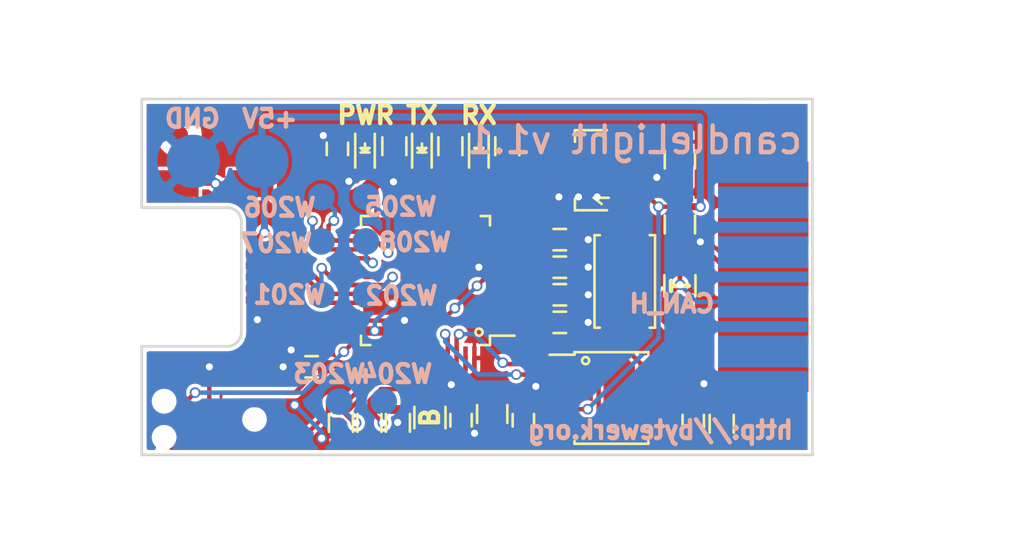
<source format=kicad_pcb>
(kicad_pcb (version 20171130) (host pcbnew 5.1.9+dfsg1-1~bpo10+1)
  (title_block (title candleLight) (date 2021-03-03) (rev R01) (company "Linux Automation GmbH") (comment 1 released) (comment 2 candlelight-P01-R01-B01-C00) (comment 3 github.com/linux-automation/candlelight-S01))
  (layers (0 F.Cu signal) (31 B.Cu signal) (34 B.Paste user) (35 F.Paste user) (36 B.SilkS user) (37 F.SilkS user) (38 B.Mask user) (39 F.Mask user) (44 Edge.Cuts user))
  (net 0 "")
  (net 1 GND)
  (net 2 "Net-(C201-Pad2)")
  (net 3 "Net-(C202-Pad2)")
  (net 4 +3V3)
  (net 5 +5V)
  (net 6 "Net-(D601-Pad2)")
  (net 7 /LEDs/LED1)
  (net 8 "Net-(D602-Pad2)")
  (net 9 /LEDs/LED2)
  (net 10 "Net-(D603-Pad2)")
  (net 11 /Connectors/USB_DM)
  (net 12 /Connectors/USB_DP)
  (net 13 "Net-(R201-Pad2)")
  (net 14 "Net-(R202-Pad1)")
  (net 15 /CAN/CAN_S)
  (net 16 /CAN/CAN_H)
  (net 17 /CAN/CAN_L)
  (net 18 /Connectors/NRST)
  (net 19 "Net-(U201-Pad25)")
  (net 20 "Net-(U201-Pad26)")
  (net 21 "Net-(U201-Pad27)")
  (net 22 "Net-(U201-Pad28)")
  (net 23 "Net-(U201-Pad30)")
  (net 24 "Net-(U201-Pad31)")
  (net 25 /Connectors/SWDIO)
  (net 26 /Connectors/SWCLK)
  (net 27 /MCU/CAN_RX)
  (net 28 /MCU/CAN_TX)
  (net 29 /MCU/BOOT0)
  (net 30 "Net-(FID101-Pad~)")
  (net 31 "Net-(FID102-Pad~)")
  (net 32 "Net-(FID103-Pad~)")
  (net 33 "Net-(P501-Pad4)")
  (net 34 "Net-(U201-Pad3)")
  (net 35 "Net-(U201-Pad4)")
  (net 36 "Net-(U201-Pad12)")
  (net 37 "Net-(U201-Pad13)")
  (net 38 "Net-(U201-Pad14)")
  (net 39 "Net-(U201-Pad15)")
  (net 40 "Net-(U201-Pad16)")
  (net 41 "Net-(U201-Pad17)")
  (net 42 "Net-(U201-Pad18)")
  (net 43 "Net-(U201-Pad19)")
  (net 44 "Net-(U201-Pad20)")
  (net 45 "Net-(U201-Pad21)")
  (net 46 "Net-(U201-Pad22)")
  (net 47 "Net-(U201-Pad29)")
  (net 48 "Net-(U201-Pad38)")
  (net 49 "Net-(U201-Pad39)")
  (net 50 "Net-(U201-Pad40)")
  (net 51 "Net-(U201-Pad41)")
  (net 52 "Net-(X501-Pad6)")
  (module Crystals:ABM3 (layer F.Cu) (at 68.55 85.25 90)
    (fp_text reference Y201)
    (fp_text value 8MHz hide)
    (pad 2 smd rect (at 2.05 0 90) (size 1.9 2.4) (layers F.Cu F.Paste F.Mask) (net 3 "Net-(C202-Pad2)"))
    (pad 1 smd rect (at -2.05 0 90) (size 1.9 2.4) (layers F.Cu F.Paste F.Mask) (net 2 "Net-(C201-Pad2)"))
  )
  (module Housings_QFP:LQFP-48_7x7mm_Pitch0.5mm (layer F.Cu) (at 57.35 85.2 180)
    (fp_text reference U201)
    (fp_text value STM32F072C8Tx hide)
    (pad 1 smd rect (at -4.35 -2.75 180) (size 1.3 0.25) (layers F.Cu F.Paste F.Mask) (net 4 +3V3))
    (pad 2 smd rect (at -4.35 -2.25 180) (size 1.3 0.25) (layers F.Cu F.Paste F.Mask) (net 15 /CAN/CAN_S))
    (pad 3 smd rect (at -4.35 -1.75 180) (size 1.3 0.25) (layers F.Cu F.Paste F.Mask) (net 34 "Net-(U201-Pad3)"))
    (pad 4 smd rect (at -4.35 -1.25 180) (size 1.3 0.25) (layers F.Cu F.Paste F.Mask) (net 35 "Net-(U201-Pad4)"))
    (pad 5 smd rect (at -4.35 -0.75 180) (size 1.3 0.25) (layers F.Cu F.Paste F.Mask) (net 2 "Net-(C201-Pad2)"))
    (pad 6 smd rect (at -4.35 -0.25 180) (size 1.3 0.25) (layers F.Cu F.Paste F.Mask) (net 3 "Net-(C202-Pad2)"))
    (pad 7 smd rect (at -4.35 0.25 180) (size 1.3 0.25) (layers F.Cu F.Paste F.Mask) (net 18 /Connectors/NRST))
    (pad 8 smd rect (at -4.35 0.75 180) (size 1.3 0.25) (layers F.Cu F.Paste F.Mask) (net 1 GND))
    (pad 9 smd rect (at -4.35 1.25 180) (size 1.3 0.25) (layers F.Cu F.Paste F.Mask) (net 4 +3V3))
    (pad 10 smd rect (at -4.35 1.75 180) (size 1.3 0.25) (layers F.Cu F.Paste F.Mask) (net 7 /LEDs/LED1))
    (pad 11 smd rect (at -4.35 2.25 180) (size 1.3 0.25) (layers F.Cu F.Paste F.Mask) (net 9 /LEDs/LED2))
    (pad 12 smd rect (at -4.35 2.75 180) (size 1.3 0.25) (layers F.Cu F.Paste F.Mask) (net 36 "Net-(U201-Pad12)"))
    (pad 13 smd rect (at -2.75 4.35 270) (size 1.3 0.25) (layers F.Cu F.Paste F.Mask) (net 37 "Net-(U201-Pad13)"))
    (pad 14 smd rect (at -2.25 4.35 270) (size 1.3 0.25) (layers F.Cu F.Paste F.Mask) (net 38 "Net-(U201-Pad14)"))
    (pad 15 smd rect (at -1.75 4.35 270) (size 1.3 0.25) (layers F.Cu F.Paste F.Mask) (net 39 "Net-(U201-Pad15)"))
    (pad 16 smd rect (at -1.25 4.35 270) (size 1.3 0.25) (layers F.Cu F.Paste F.Mask) (net 40 "Net-(U201-Pad16)"))
    (pad 17 smd rect (at -0.75 4.35 270) (size 1.3 0.25) (layers F.Cu F.Paste F.Mask) (net 41 "Net-(U201-Pad17)"))
    (pad 18 smd rect (at -0.25 4.35 270) (size 1.3 0.25) (layers F.Cu F.Paste F.Mask) (net 42 "Net-(U201-Pad18)"))
    (pad 19 smd rect (at 0.25 4.35 270) (size 1.3 0.25) (layers F.Cu F.Paste F.Mask) (net 43 "Net-(U201-Pad19)"))
    (pad 20 smd rect (at 0.75 4.35 270) (size 1.3 0.25) (layers F.Cu F.Paste F.Mask) (net 44 "Net-(U201-Pad20)"))
    (pad 21 smd rect (at 1.25 4.35 270) (size 1.3 0.25) (layers F.Cu F.Paste F.Mask) (net 45 "Net-(U201-Pad21)"))
    (pad 22 smd rect (at 1.75 4.35 270) (size 1.3 0.25) (layers F.Cu F.Paste F.Mask) (net 46 "Net-(U201-Pad22)"))
    (pad 23 smd rect (at 2.25 4.35 270) (size 1.3 0.25) (layers F.Cu F.Paste F.Mask) (net 1 GND))
    (pad 24 smd rect (at 2.75 4.35 270) (size 1.3 0.25) (layers F.Cu F.Paste F.Mask) (net 4 +3V3))
    (pad 25 smd rect (at 4.35 2.75 180) (size 1.3 0.25) (layers F.Cu F.Paste F.Mask) (net 19 "Net-(U201-Pad25)"))
    (pad 26 smd rect (at 4.35 2.25 180) (size 1.3 0.25) (layers F.Cu F.Paste F.Mask) (net 20 "Net-(U201-Pad26)"))
    (pad 27 smd rect (at 4.35 1.75 180) (size 1.3 0.25) (layers F.Cu F.Paste F.Mask) (net 21 "Net-(U201-Pad27)"))
    (pad 28 smd rect (at 4.35 1.25 180) (size 1.3 0.25) (layers F.Cu F.Paste F.Mask) (net 22 "Net-(U201-Pad28)"))
    (pad 29 smd rect (at 4.35 0.75 180) (size 1.3 0.25) (layers F.Cu F.Paste F.Mask) (net 47 "Net-(U201-Pad29)"))
    (pad 30 smd rect (at 4.35 0.25 180) (size 1.3 0.25) (layers F.Cu F.Paste F.Mask) (net 23 "Net-(U201-Pad30)"))
    (pad 31 smd rect (at 4.35 -0.25 180) (size 1.3 0.25) (layers F.Cu F.Paste F.Mask) (net 24 "Net-(U201-Pad31)"))
    (pad 32 smd rect (at 4.35 -0.75 180) (size 1.3 0.25) (layers F.Cu F.Paste F.Mask) (net 11 /Connectors/USB_DM))
    (pad 33 smd rect (at 4.35 -1.25 180) (size 1.3 0.25) (layers F.Cu F.Paste F.Mask) (net 12 /Connectors/USB_DP))
    (pad 34 smd rect (at 4.35 -1.75 180) (size 1.3 0.25) (layers F.Cu F.Paste F.Mask) (net 25 /Connectors/SWDIO))
    (pad 35 smd rect (at 4.35 -2.25 180) (size 1.3 0.25) (layers F.Cu F.Paste F.Mask) (net 1 GND))
    (pad 36 smd rect (at 4.35 -2.75 180) (size 1.3 0.25) (layers F.Cu F.Paste F.Mask) (net 4 +3V3))
    (pad 37 smd rect (at 2.75 -4.35 270) (size 1.3 0.25) (layers F.Cu F.Paste F.Mask) (net 26 /Connectors/SWCLK))
    (pad 38 smd rect (at 2.25 -4.35 270) (size 1.3 0.25) (layers F.Cu F.Paste F.Mask) (net 48 "Net-(U201-Pad38)"))
    (pad 39 smd rect (at 1.75 -4.35 270) (size 1.3 0.25) (layers F.Cu F.Paste F.Mask) (net 49 "Net-(U201-Pad39)"))
    (pad 40 smd rect (at 1.25 -4.35 270) (size 1.3 0.25) (layers F.Cu F.Paste F.Mask) (net 50 "Net-(U201-Pad40)"))
    (pad 41 smd rect (at 0.75 -4.35 270) (size 1.3 0.25) (layers F.Cu F.Paste F.Mask) (net 51 "Net-(U201-Pad41)"))
    (pad 42 smd rect (at 0.25 -4.35 270) (size 1.3 0.25) (layers F.Cu F.Paste F.Mask) (net 13 "Net-(R201-Pad2)"))
    (pad 43 smd rect (at -0.25 -4.35 270) (size 1.3 0.25) (layers F.Cu F.Paste F.Mask) (net 14 "Net-(R202-Pad1)"))
    (pad 44 smd rect (at -0.75 -4.35 270) (size 1.3 0.25) (layers F.Cu F.Paste F.Mask) (net 29 /MCU/BOOT0))
    (pad 45 smd rect (at -1.25 -4.35 270) (size 1.3 0.25) (layers F.Cu F.Paste F.Mask) (net 27 /MCU/CAN_RX))
    (pad 46 smd rect (at -1.75 -4.35 270) (size 1.3 0.25) (layers F.Cu F.Paste F.Mask) (net 28 /MCU/CAN_TX))
    (pad 47 smd rect (at -2.25 -4.35 270) (size 1.3 0.25) (layers F.Cu F.Paste F.Mask) (net 1 GND))
    (pad 48 smd rect (at -2.75 -4.35 270) (size 1.3 0.25) (layers F.Cu F.Paste F.Mask) (net 4 +3V3))
  )
  (module Resistors_SMD:R_0603 (layer F.Cu) (at 74 93.25 90)
    (fp_text reference R401)
    (fp_text value 10K hide)
    (pad 1 smd rect (at -0.75 0 90) (size 0.5 0.9) (layers F.Cu F.Paste F.Mask) (net 4 +3V3))
    (pad 2 smd rect (at 0.75 0 90) (size 0.5 0.9) (layers F.Cu F.Paste F.Mask) (net 15 /CAN/CAN_S))
  )
  (module Capacitors_SMD:C_0603 (layer F.Cu) (at 59.35 93.05 270)
    (fp_text reference C206)
    (fp_text value 100nF hide)
    (pad 1 smd rect (at -0.75 0 270) (size 0.8 0.75) (layers F.Cu F.Paste F.Mask) (net 4 +3V3))
    (pad 2 smd rect (at 0.75 0 270) (size 0.8 0.75) (layers F.Cu F.Paste F.Mask) (net 1 GND))
  )
  (module Capacitors_SMD:C_0603 (layer F.Cu) (at 72.4 93.1 90)
    (fp_text reference C403)
    (fp_text value 100nF hide)
    (pad 1 smd rect (at -0.75 0 90) (size 0.8 0.75) (layers F.Cu F.Paste F.Mask) (net 4 +3V3))
    (pad 2 smd rect (at 0.75 0 90) (size 0.8 0.75) (layers F.Cu F.Paste F.Mask) (net 1 GND))
  )
  (module Resistors_SMD:R_0805 (layer F.Cu) (at 57.6 92.9 90)
    (fp_text reference R203)
    (fp_text value R hide)
    (pad 1 smd rect (at -0.95 0 90) (size 0.7 1.3) (layers F.Cu F.Paste F.Mask) (net 4 +3V3))
    (pad 2 smd rect (at 0.95 0 90) (size 0.7 1.3) (layers F.Cu F.Paste F.Mask) (net 29 /MCU/BOOT0))
  )
  (module usb:Molex-Micro-USB-B-Middle-Mount (layer F.Cu) (at 47 85)
    (fp_text reference P501)
    (fp_text value USB_OTG hide)
    (pad 6 smd rect (at 2.75 2.2 90) (size 2.5 1.5) (layers F.Cu F.Paste F.Mask) (net 1 GND))
    (pad 6 smd rect (at 2.75 -2.2 90) (size 2.5 1.5) (layers F.Cu F.Paste F.Mask) (net 1 GND))
    (pad 6 smd rect (at 0.55 -5.25) (size 2.5 1.5) (layers F.Cu F.Paste F.Mask) (net 1 GND))
    (pad 6 smd rect (at -3.65 -5.25) (size 2.5 1.5) (layers F.Cu F.Paste F.Mask) (net 1 GND))
    (pad 6 smd rect (at 0.55 5.05) (size 2.5 1.5) (layers F.Cu F.Paste F.Mask) (net 1 GND))
    (pad 5 smd rect (at 0.875 1.3) (size 1.25 0.4) (layers F.Cu F.Paste F.Mask) (net 1 GND))
    (pad 4 smd rect (at 0.875 0.65) (size 1.25 0.4) (layers F.Cu F.Paste F.Mask) (net 33 "Net-(P501-Pad4)"))
    (pad 1 smd rect (at 0.875 -1.3) (size 1.25 0.4) (layers F.Cu F.Paste F.Mask) (net 5 +5V))
    (pad 2 smd rect (at 0.875 -0.65) (size 1.25 0.4) (layers F.Cu F.Paste F.Mask) (net 11 /Connectors/USB_DM))
    (pad 3 smd rect (at 0.875 0) (size 1.25 0.4) (layers F.Cu F.Paste F.Mask) (net 12 /Connectors/USB_DP))
    (pad 6 smd rect (at -3.65 5.05) (size 2.5 1.5) (layers F.Cu F.Paste F.Mask) (net 1 GND))
  )
  (module Capacitors_SMD:C_0603 (layer F.Cu) (at 64.9 87.55 180)
    (fp_text reference C201)
    (fp_text value 20pF hide)
    (pad 1 smd rect (at -0.75 0 180) (size 0.8 0.75) (layers F.Cu F.Paste F.Mask) (net 1 GND))
    (pad 2 smd rect (at 0.75 0 180) (size 0.8 0.75) (layers F.Cu F.Paste F.Mask) (net 2 "Net-(C201-Pad2)"))
  )
  (module Capacitors_SMD:C_0603 (layer F.Cu) (at 64.9 86 180)
    (fp_text reference C202)
    (fp_text value 20pF hide)
    (pad 1 smd rect (at -0.75 0 180) (size 0.8 0.75) (layers F.Cu F.Paste F.Mask) (net 1 GND))
    (pad 2 smd rect (at 0.75 0 180) (size 0.8 0.75) (layers F.Cu F.Paste F.Mask) (net 3 "Net-(C202-Pad2)"))
  )
  (module Capacitors_SMD:C_0603 (layer F.Cu) (at 64.9 82.9)
    (fp_text reference C203)
    (fp_text value 100nF hide)
    (pad 1 smd rect (at -0.75 0) (size 0.8 0.75) (layers F.Cu F.Paste F.Mask) (net 4 +3V3))
    (pad 2 smd rect (at 0.75 0) (size 0.8 0.75) (layers F.Cu F.Paste F.Mask) (net 1 GND))
  )
  (module Capacitors_SMD:C_0603 (layer F.Cu) (at 50.95 90.05 180)
    (fp_text reference C204)
    (fp_text value 100nF hide)
    (pad 1 smd rect (at -0.75 0 180) (size 0.8 0.75) (layers F.Cu F.Paste F.Mask) (net 4 +3V3))
    (pad 2 smd rect (at 0.75 0 180) (size 0.8 0.75) (layers F.Cu F.Paste F.Mask) (net 1 GND))
  )
  (module Capacitors_SMD:C_0603 (layer F.Cu) (at 52.4 77.8 90)
    (fp_text reference C205)
    (fp_text value 100nF hide)
    (pad 1 smd rect (at -0.75 0 90) (size 0.8 0.75) (layers F.Cu F.Paste F.Mask) (net 4 +3V3))
    (pad 2 smd rect (at 0.75 0 90) (size 0.8 0.75) (layers F.Cu F.Paste F.Mask) (net 1 GND))
  )
  (module Capacitors_SMD:C_0805 (layer F.Cu) (at 61.1 92.7 270)
    (fp_text reference C207)
    (fp_text value 10uF hide)
    (pad 1 smd rect (at -1 0 270) (size 1 1.25) (layers F.Cu F.Paste F.Mask) (net 4 +3V3))
    (pad 2 smd rect (at 1 0 270) (size 1 1.25) (layers F.Cu F.Paste F.Mask) (net 1 GND))
  )
  (module Capacitors_SMD:C_0805 (layer F.Cu) (at 71.65 82.05 270)
    (fp_text reference C301)
    (fp_text value 10uF hide)
    (pad 1 smd rect (at -1 0 270) (size 1 1.25) (layers F.Cu F.Paste F.Mask) (net 5 +5V))
    (pad 2 smd rect (at 1 0 270) (size 1 1.25) (layers F.Cu F.Paste F.Mask) (net 1 GND))
  )
  (module Capacitors_SMD:C_0805 (layer F.Cu) (at 71.65 78.4 270)
    (fp_text reference C303)
    (fp_text value 10uF hide)
    (pad 1 smd rect (at -1 0 270) (size 1 1.25) (layers F.Cu F.Paste F.Mask) (net 4 +3V3))
    (pad 2 smd rect (at 1 0 270) (size 1 1.25) (layers F.Cu F.Paste F.Mask) (net 1 GND))
  )
  (module Capacitors_SMD:C_0603 (layer F.Cu) (at 62.85 93.05 270)
    (fp_text reference C402)
    (fp_text value 100nF hide)
    (pad 1 smd rect (at -0.75 0 270) (size 0.8 0.75) (layers F.Cu F.Paste F.Mask) (net 5 +5V))
    (pad 2 smd rect (at 0.75 0 270) (size 0.8 0.75) (layers F.Cu F.Paste F.Mask) (net 1 GND))
  )
  (module LEDs:LED_0603 (layer F.Cu) (at 60.35 77.75 90)
    (fp_text reference D601)
    (fp_text value LED hide)
    (pad 2 smd rect (at 0.7493 0 270) (size 0.79756 0.79756) (layers F.Cu F.Paste F.Mask) (net 6 "Net-(D601-Pad2)"))
    (pad 1 smd rect (at -0.7493 0 270) (size 0.79756 0.79756) (layers F.Cu F.Paste F.Mask) (net 7 /LEDs/LED1))
  )
  (module LEDs:LED_0603 (layer F.Cu) (at 57.15 77.75 90)
    (fp_text reference D602)
    (fp_text value LED hide)
    (pad 2 smd rect (at 0.7493 0 270) (size 0.79756 0.79756) (layers F.Cu F.Paste F.Mask) (net 8 "Net-(D602-Pad2)"))
    (pad 1 smd rect (at -0.7493 0 270) (size 0.79756 0.79756) (layers F.Cu F.Paste F.Mask) (net 9 /LEDs/LED2))
  )
  (module LEDs:LED_0603 (layer F.Cu) (at 53.95 77.75 90)
    (fp_text reference D603)
    (fp_text value LED hide)
    (pad 2 smd rect (at 0.7493 0 270) (size 0.79756 0.79756) (layers F.Cu F.Paste F.Mask) (net 10 "Net-(D603-Pad2)"))
    (pad 1 smd rect (at -0.7493 0 270) (size 0.79756 0.79756) (layers F.Cu F.Paste F.Mask) (net 1 GND))
  )
  (module Resistors_SMD:R_0603 (layer F.Cu) (at 52.6 93.2 90)
    (fp_text reference R201)
    (fp_text value 4K7 hide)
    (pad 1 smd rect (at -0.75 0 90) (size 0.5 0.9) (layers F.Cu F.Paste F.Mask) (net 4 +3V3))
    (pad 2 smd rect (at 0.75 0 90) (size 0.5 0.9) (layers F.Cu F.Paste F.Mask) (net 13 "Net-(R201-Pad2)"))
  )
  (module Resistors_SMD:R_0603 (layer F.Cu) (at 54.2 93.2 270)
    (fp_text reference R202)
    (fp_text value 4K7 hide)
    (pad 1 smd rect (at -0.75 0 270) (size 0.5 0.9) (layers F.Cu F.Paste F.Mask) (net 14 "Net-(R202-Pad1)"))
    (pad 2 smd rect (at 0.75 0 270) (size 0.5 0.9) (layers F.Cu F.Paste F.Mask) (net 4 +3V3))
  )
  (module Resistors_SMD:R_0603 (layer F.Cu) (at 55.8 93.2 90)
    (fp_text reference R204)
    (fp_text value 1K hide)
    (pad 1 smd rect (at -0.75 0 90) (size 0.5 0.9) (layers F.Cu F.Paste F.Mask) (net 1 GND))
    (pad 2 smd rect (at 0.75 0 90) (size 0.5 0.9) (layers F.Cu F.Paste F.Mask) (net 29 /MCU/BOOT0))
  )
  (module Resistors_SMD:R_0603 (layer F.Cu) (at 61.95 77.65 270)
    (fp_text reference R601)
    (fp_text value 1K hide)
    (pad 1 smd rect (at -0.75 0 270) (size 0.5 0.9) (layers F.Cu F.Paste F.Mask) (net 6 "Net-(D601-Pad2)"))
    (pad 2 smd rect (at 0.75 0 270) (size 0.5 0.9) (layers F.Cu F.Paste F.Mask) (net 4 +3V3))
  )
  (module Resistors_SMD:R_0603 (layer F.Cu) (at 58.75 77.65 270)
    (fp_text reference R602)
    (fp_text value 1K hide)
    (pad 1 smd rect (at -0.75 0 270) (size 0.5 0.9) (layers F.Cu F.Paste F.Mask) (net 8 "Net-(D602-Pad2)"))
    (pad 2 smd rect (at 0.75 0 270) (size 0.5 0.9) (layers F.Cu F.Paste F.Mask) (net 4 +3V3))
  )
  (module Resistors_SMD:R_0603 (layer F.Cu) (at 55.6 77.65 270)
    (fp_text reference R603)
    (fp_text value 1K hide)
    (pad 1 smd rect (at -0.75 0 270) (size 0.5 0.9) (layers F.Cu F.Paste F.Mask) (net 10 "Net-(D603-Pad2)"))
    (pad 2 smd rect (at 0.75 0 270) (size 0.5 0.9) (layers F.Cu F.Paste F.Mask) (net 4 +3V3))
  )
  (module TO_SOT_Packages_SMD:SOT89-3_Housing (layer F.Cu) (at 67.05 79 90)
    (fp_text reference U301)
    (fp_text value MCP1754ST-3302E/MB hide)
    (pad 1 smd rect (at -1.50114 1.85166 90) (size 1.00076 1.50114) (layers F.Cu F.Paste F.Mask) (net 5 +5V))
    (pad 2 smd rect (at 0 1.85166 90) (size 1.00076 1.50114) (layers F.Cu F.Paste F.Mask) (net 1 GND))
    (pad 3 smd rect (at 1.50114 1.85166 90) (size 1.00076 1.50114) (layers F.Cu F.Paste F.Mask) (net 4 +3V3))
    (pad 2 smd rect (at 0 -1.09982 90) (size 1.99898 2.99974) (layers F.Cu F.Paste F.Mask) (net 1 GND))
    (pad 2 smd trapezoid (at 0 0.7493 270) (size 1.50114 0.7493) (rect_delta 0 0.50038) (layers F.Cu F.Paste F.Mask) (net 1 GND))
  )
  (module Housings_SOIC:SOIC-8_3.9x4.9mm_Pitch1.27mm (layer F.Cu) (at 67.8 91.8)
    (fp_text reference U401)
    (fp_text value TJA1051/3 hide)
    (pad 1 smd rect (at -2.7 -1.905) (size 1.55 0.6) (layers F.Cu F.Paste F.Mask) (net 28 /MCU/CAN_TX))
    (pad 2 smd rect (at -2.7 -0.635) (size 1.55 0.6) (layers F.Cu F.Paste F.Mask) (net 1 GND))
    (pad 3 smd rect (at -2.7 0.635) (size 1.55 0.6) (layers F.Cu F.Paste F.Mask) (net 5 +5V))
    (pad 4 smd rect (at -2.7 1.905) (size 1.55 0.6) (layers F.Cu F.Paste F.Mask) (net 27 /MCU/CAN_RX))
    (pad 5 smd rect (at 2.7 1.905) (size 1.55 0.6) (layers F.Cu F.Paste F.Mask) (net 4 +3V3))
    (pad 6 smd rect (at 2.7 0.635) (size 1.55 0.6) (layers F.Cu F.Paste F.Mask) (net 17 /CAN/CAN_L))
    (pad 7 smd rect (at 2.7 -0.635) (size 1.55 0.6) (layers F.Cu F.Paste F.Mask) (net 16 /CAN/CAN_H))
    (pad 8 smd rect (at 2.7 -1.905) (size 1.55 0.6) (layers F.Cu F.Paste F.Mask) (net 15 /CAN/CAN_S))
  )
  (module tagconnect:TC2030-NL (layer F.Cu) (at 45.2 93 180)
    (fp_text reference X501 hide)
    (fp_text value CON_SWD hide)
    (pad "" np_thru_hole circle (at 2.54 -1.016 180) (size 0.9906 0.9906) (drill 0.9906) (layers *.Cu *.Mask F.SilkS))
    (pad "" np_thru_hole circle (at 2.54 1.016 180) (size 0.9906 0.9906) (drill 0.9906) (layers *.Cu *.Mask F.SilkS))
    (pad 5 connect circle (at 1.27 0.635 180) (size 0.7874 0.7874) (layers F.Cu F.Mask) (net 18 /Connectors/NRST))
    (pad 3 connect circle (at 0 0.635 180) (size 0.7874 0.7874) (layers F.Cu F.Mask) (net 1 GND))
    (pad 1 connect circle (at -1.27 0.635 180) (size 0.7874 0.7874) (layers F.Cu F.Mask) (net 4 +3V3))
    (pad 6 connect circle (at 1.27 -0.635 180) (size 0.7874 0.7874) (layers F.Cu F.Mask) (net 52 "Net-(X501-Pad6)"))
    (pad 2 connect circle (at -1.27 -0.635 180) (size 0.7874 0.7874) (layers F.Cu F.Mask) (net 26 /Connectors/SWCLK))
    (pad 4 connect circle (at 0 -0.635 180) (size 0.7874 0.7874) (layers F.Cu F.Mask) (net 25 /Connectors/SWDIO))
    (pad "" np_thru_hole circle (at -2.54 0 180) (size 0.9906 0.9906) (drill 0.9906) (layers *.Cu *.Mask F.SilkS))
  )
  (module Measurement_Points:Measurement_Point_Round-SMD-Pad_Small (layer B.Cu) (at 51.5 86)
    (fp_text reference W201 (at -1.8 0 180) (layer B.SilkS) (effects (font (thickness 0.25)) (justify mirror)))
    (fp_text value TEST_1P)
    (pad 1 smd circle (at 0 0) (size 1.5 1.5) (layers B.Cu B.Mask) (net 23 "Net-(U201-Pad30)"))
  )
  (module Measurement_Points:Measurement_Point_Round-SMD-Pad_Small (layer B.Cu) (at 54 86)
    (fp_text reference W202 (at 2 0.05 180) (layer B.SilkS) (effects (font (thickness 0.25)) (justify mirror)))
    (fp_text value TEST_1P)
    (pad 1 smd circle (at 0 0) (size 1.5 1.5) (layers B.Cu B.Mask) (net 24 "Net-(U201-Pad31)"))
  )
  (module Fiducials:Fiducial_1mm_Dia_2.54mm_Outer_CopperTop (layer F.Cu) (at 43.5 77)
    (fp_text reference FID101 hide)
    (fp_text value Dummy_FIDUCIAL_Passermarke_Type1_RevE_Date16Nov2011 hide)
    (pad ~ smd circle (at 0 0) (size 1 1) (layers F.Cu F.Mask) (net 30 "Net-(FID101-Pad~)") (clearance 0.77))
  )
  (module Fiducials:Fiducial_1mm_Dia_2.54mm_Outer_CopperTop (layer F.Cu) (at 76.5 93.2)
    (fp_text reference FID102 hide)
    (fp_text value Dummy_FIDUCIAL_Passermarke_Type1_RevE_Date16Nov2011 hide)
    (pad ~ smd circle (at 0 0) (size 1 1) (layers F.Cu F.Mask) (net 31 "Net-(FID102-Pad~)") (clearance 0.77))
  )
  (module Fiducials:Fiducial_1mm_Dia_2.54mm_Outer_CopperTop (layer F.Cu) (at 76 76.5)
    (fp_text reference FID103 hide)
    (fp_text value Dummy_FIDUCIAL_Passermarke_Type1_RevE_Date16Nov2011 hide)
    (pad ~ smd circle (at 0 0) (size 1 1) (layers F.Cu F.Mask) (net 32 "Net-(FID103-Pad~)") (clearance 0.77))
  )
  (module Capacitors_SMD:C_0603 (layer F.Cu) (at 64.9 84.45)
    (fp_text reference C208)
    (fp_text value 100nF hide)
    (pad 1 smd rect (at -0.75 0) (size 0.8 0.75) (layers F.Cu F.Paste F.Mask) (net 18 /Connectors/NRST))
    (pad 2 smd rect (at 0.75 0) (size 0.8 0.75) (layers F.Cu F.Paste F.Mask) (net 1 GND))
  )
  (module Measurement_Points:Measurement_Point_Round-SMD-Pad_Small (layer B.Cu) (at 52.5 92)
    (fp_text reference W203 (at -0.55 -1.55) (layer B.SilkS) (effects (font (thickness 0.25)) (justify mirror)))
    (fp_text value TEST_1P)
    (pad 1 smd circle (at 0 0) (size 1.5 1.5) (layers B.Cu B.Mask) (net 13 "Net-(R201-Pad2)"))
  )
  (module Measurement_Points:Measurement_Point_Round-SMD-Pad_Small (layer B.Cu) (at 55 92)
    (fp_text reference W204 (at 0.7 -1.55) (layer B.SilkS) (effects (font (thickness 0.25)) (justify mirror)))
    (fp_text value TEST_1P)
    (pad 1 smd circle (at 0 0) (size 1.5 1.5) (layers B.Cu B.Mask) (net 14 "Net-(R202-Pad1)"))
  )
  (module Measurement_Points:Measurement_Point_Round-SMD-Pad_Small (layer B.Cu) (at 54 80.5)
    (fp_text reference W205 (at 1.95 0.55) (layer B.SilkS) (effects (font (thickness 0.25)) (justify mirror)))
    (fp_text value TEST_1P)
    (pad 1 smd circle (at 0 0) (size 1.5 1.5) (layers B.Cu B.Mask) (net 19 "Net-(U201-Pad25)"))
  )
  (module Measurement_Points:Measurement_Point_Round-SMD-Pad_Small (layer B.Cu) (at 51.5 80.5)
    (fp_text reference W206 (at -2.35 0.6) (layer B.SilkS) (effects (font (thickness 0.25)) (justify mirror)))
    (fp_text value TEST_1P)
    (pad 1 smd circle (at 0 0) (size 1.5 1.5) (layers B.Cu B.Mask) (net 20 "Net-(U201-Pad26)"))
  )
  (module Measurement_Points:Measurement_Point_Round-SMD-Pad_Small (layer B.Cu) (at 51.5 83)
    (fp_text reference W207 (at -2.55 0.1 180) (layer B.SilkS) (effects (font (thickness 0.25)) (justify mirror)))
    (fp_text value TEST_1P)
    (pad 1 smd circle (at 0 0) (size 1.5 1.5) (layers B.Cu B.Mask) (net 21 "Net-(U201-Pad27)"))
  )
  (module Measurement_Points:Measurement_Point_Round-SMD-Pad_Small (layer B.Cu) (at 54 83)
    (fp_text reference W208 (at 2.75 0.05 180) (layer B.SilkS) (effects (font (thickness 0.25)) (justify mirror)))
    (fp_text value TEST_1P)
    (pad 1 smd circle (at 0 0) (size 1.5 1.5) (layers B.Cu B.Mask) (net 22 "Net-(U201-Pad28)"))
  )
  (module Measurement_Points:Measurement_Point_Round-SMD-Pad_Big (layer B.Cu) (at 48.15 78.5)
    (fp_text reference W301 hide)
    (fp_text value TEST_1P)
    (pad 1 smd circle (at 0 0) (size 3 3) (layers B.Cu B.Mask) (net 5 +5V))
  )
  (module Measurement_Points:Measurement_Point_Round-SMD-Pad_Big (layer B.Cu) (at 44.3 78.5)
    (fp_text reference W302 hide)
    (fp_text value TEST_1P)
    (pad 1 smd circle (at 0 0) (size 3 3) (layers B.Cu B.Mask) (net 1 GND))
  )
  (module Resistors_SMD:R_0805 (layer F.Cu) (at 71.65 85.5 270)
    (fp_text reference R402)
    (fp_text value dnp hide)
    (pad 1 smd rect (at -0.95 0 270) (size 0.7 1.3) (layers F.Cu F.Paste F.Mask) (net 16 /CAN/CAN_H))
    (pad 2 smd rect (at 0.95 0 270) (size 0.7 1.3) (layers F.Cu F.Paste F.Mask) (net 17 /CAN/CAN_L))
  )
  (module subd9:DB9M_CI (layer F.Cu) (at 79 85 270)
    (fp_text reference X502)
    (fp_text value SUB-D9 hide)
    (pad 2 connect rect (at 2.794 2.667 270) (size 1.778 5.08) (layers F.Cu F.Mask) (net 17 /CAN/CAN_L))
    (pad 3 connect rect (at 0 2.667 270) (size 1.778 5.08) (layers F.Cu F.Mask) (net 1 GND))
    (pad 4 connect rect (at -2.794 2.667 270) (size 1.778 5.08) (layers F.Cu F.Mask))
    (pad 5 connect rect (at -5.588 2.667 270) (size 1.778 5.08) (layers F.Cu F.Mask))
    (pad 1 connect rect (at 5.588 2.667 270) (size 1.778 5.08) (layers F.Cu F.Mask))
    (pad 9 connect rect (at -4.191 2.667 270) (size 1.778 5.08) (layers B.Cu B.Mask))
    (pad 8 connect rect (at -1.397 2.667 270) (size 1.778 5.08) (layers B.Cu B.Mask))
    (pad 7 connect rect (at 1.397 2.667 270) (size 1.778 5.08) (layers B.Cu B.Mask) (net 16 /CAN/CAN_H))
    (pad 6 connect rect (at 4.191 2.667 270) (size 1.778 5.08) (layers B.Cu B.Mask))
  )
  (gr_circle (center 60.36 88.1) (end 60.56 88.1) (layer F.SilkS) (width 0.15))
  (gr_text T (at 71.7 85.5 90) (layer F.SilkS) (effects (font (size 1 1) (thickness 0.25))))
  (gr_text B (at 57.6 92.9 90) (layer F.SilkS) (effects (font (size 1 1) (thickness 0.25))))
  (gr_text PWR (at 54 75.9) (layer F.SilkS) (effects (font (size 1 1) (thickness 0.25))))
  (gr_text RX (at 60.35 75.9) (layer F.SilkS) (effects (font (size 1 1) (thickness 0.25))))
  (gr_text TX (at 57.15 75.9) (layer F.SilkS) (effects (font (size 1 1) (thickness 0.25))))
  (gr_circle (center 66.35 89.7) (end 66.55 89.7) (layer F.SilkS) (width 0.15))
  (gr_text "candleLight v1.1" (at 69.1 77.3) (layer B.SilkS) (effects (font (size 1.5 1.5) (thickness 0.25)) (justify mirror)))
  (gr_text http://bytewerk.org (at 70.55 93.6) (layer B.SilkS) (effects (font (size 1 1) (thickness 0.25)) (justify mirror)))
  (gr_text CAN_H (at 71.2 86.5) (layer B.SilkS) (effects (font (size 1 1) (thickness 0.25)) (justify mirror)))
  (gr_text +5V (at 48.6 76.1) (layer B.SilkS) (effects (font (size 1 1) (thickness 0.25)) (justify mirror)))
  (gr_text GND (at 44.25 76.1) (layer B.SilkS) (effects (font (size 1 1) (thickness 0.25)) (justify mirror)))
  (gr_line (start 41.4 75) (end 41.4 81.1) (layer Edge.Cuts) (width 0.15))
  (gr_line (start 79.1 75) (end 79.1 95) (layer Edge.Cuts) (width 0.15))
  (gr_line (start 47 81.9) (end 47 88.1) (angle 90) (layer Edge.Cuts) (width 0.15))
  (gr_line (start 41.4 81.1) (end 46.2 81.1) (angle 90) (layer Edge.Cuts) (width 0.15))
  (gr_arc (start 46.2 81.9) (end 46.2 81.1) (angle 90) (layer Edge.Cuts) (width 0.15))
  (gr_arc (start 46.2 88.1) (end 47 88.1) (angle 90) (layer Edge.Cuts) (width 0.15))
  (gr_line (start 41.4 88.9) (end 46.2 88.9) (angle 90) (layer Edge.Cuts) (width 0.15))
  (gr_line (start 41.4 95) (end 41.4 88.9) (angle 90) (layer Edge.Cuts) (width 0.15))
  (gr_line (start 79.1 95) (end 41.4 95) (angle 90) (layer Edge.Cuts) (width 0.15))
  (gr_line (start 41.4 75) (end 79.1 75) (angle 90) (layer Edge.Cuts) (width 0.15))
  (segment (start 55.55 79.65) (end 55.250001 79.350001) (width 0.25) (layer B.Cu) (net 1))
  (segment (start 55.250001 79.350001) (end 53.311865 79.350001) (width 0.25) (layer B.Cu) (net 1))
  (segment (start 53.467513 79.618617) (end 53.043249 79.618617) (width 0.25) (layer F.Cu) (net 1))
  (segment (start 53.479463 79.618617) (end 53.467513 79.618617) (width 0.25) (layer F.Cu) (net 1))
  (segment (start 53.95 79.14808) (end 53.479463 79.618617) (width 0.25) (layer F.Cu) (net 1))
  (segment (start 52.74325 79.318618) (end 53.043249 79.618617) (width 0.25) (layer B.Cu) (net 1))
  (segment (start 53.311865 79.350001) (end 53.043249 79.618617) (width 0.25) (layer B.Cu) (net 1))
  (segment (start 51.605117 78.180485) (end 52.74325 79.318618) (width 0.25) (layer B.Cu) (net 1))
  (segment (start 53.95 78.4993) (end 53.95 79.14808) (width 0.25) (layer F.Cu) (net 1))
  (via (at 53.043249 79.618617) (size 0.6) (drill 0.4) (layers F.Cu B.Cu) (net 1))
  (segment (start 51.605117 77.048991) (end 51.605117 78.180485) (width 0.25) (layer B.Cu) (net 1))
  (segment (start 60.106996 93.359981) (end 60.106996 93.784245) (width 0.25) (layer B.Cu) (net 1))
  (segment (start 60.106996 92.356996) (end 60.106996 93.359981) (width 0.25) (layer B.Cu) (net 1))
  (segment (start 60.05 92.3) (end 60.106996 92.356996) (width 0.25) (layer B.Cu) (net 1))
  (segment (start 61.1 93.7) (end 60.191241 93.7) (width 0.25) (layer F.Cu) (net 1))
  (segment (start 60.091241 93.8) (end 60.106996 93.784245) (width 0.25) (layer F.Cu) (net 1))
  (segment (start 59.35 93.8) (end 60.091241 93.8) (width 0.25) (layer F.Cu) (net 1))
  (segment (start 60.191241 93.7) (end 60.106996 93.784245) (width 0.25) (layer F.Cu) (net 1))
  (via (at 60.106996 93.784245) (size 0.6) (drill 0.4) (layers F.Cu B.Cu) (net 1))
  (segment (start 49.35 90.05) (end 47.55 90.05) (width 0.25) (layer F.Cu) (net 1))
  (segment (start 49.55 90.05) (end 49.35 90.05) (width 0.25) (layer F.Cu) (net 1))
  (via (at 49.35 90.05) (size 0.6) (drill 0.4) (layers F.Cu B.Cu) (net 1))
  (segment (start 55.8 93.193521) (end 55.784003 93.177524) (width 0.25) (layer F.Cu) (net 1))
  (segment (start 55.8 93.95) (end 55.8 93.193521) (width 0.25) (layer F.Cu) (net 1))
  (segment (start 56.208267 93.177524) (end 55.784003 93.177524) (width 0.25) (layer B.Cu) (net 1))
  (segment (start 56.672476 93.177524) (end 56.208267 93.177524) (width 0.25) (layer B.Cu) (net 1))
  (segment (start 58.8 91.05) (end 56.672476 93.177524) (width 0.25) (layer B.Cu) (net 1))
  (via (at 55.784003 93.177524) (size 0.6) (drill 0.4) (layers F.Cu B.Cu) (net 1))
  (segment (start 55.1 80.85) (end 55.1 80.1) (width 0.25) (layer F.Cu) (net 1))
  (segment (start 55.1 80.1) (end 55.55 79.65) (width 0.25) (layer F.Cu) (net 1))
  (via (at 55.55 79.65) (size 0.6) (drill 0.4) (layers F.Cu B.Cu) (net 1))
  (segment (start 52.4 77.05) (end 51.606126 77.05) (width 0.25) (layer F.Cu) (net 1))
  (segment (start 51.606126 77.05) (end 51.605117 77.048991) (width 0.25) (layer F.Cu) (net 1))
  (via (at 51.605117 77.048991) (size 0.6) (drill 0.4) (layers F.Cu B.Cu) (net 1))
  (segment (start 53 87.45) (end 56.159194 87.45) (width 0.25) (layer F.Cu) (net 1))
  (segment (start 56.468803 87.140391) (end 56.168804 87.44039) (width 0.25) (layer B.Cu) (net 1))
  (segment (start 59.159194 84.45) (end 56.468803 87.140391) (width 0.25) (layer B.Cu) (net 1))
  (segment (start 60.35 84.45) (end 59.159194 84.45) (width 0.25) (layer B.Cu) (net 1))
  (segment (start 56.159194 87.45) (end 56.168804 87.44039) (width 0.25) (layer F.Cu) (net 1))
  (segment (start 55.868805 87.740389) (end 56.168804 87.44039) (width 0.25) (layer B.Cu) (net 1))
  (segment (start 54.983266 88.625928) (end 55.868805 87.740389) (width 0.25) (layer B.Cu) (net 1))
  (segment (start 50.274072 88.625928) (end 54.983266 88.625928) (width 0.25) (layer B.Cu) (net 1))
  (segment (start 49.8 89.1) (end 50.274072 88.625928) (width 0.25) (layer B.Cu) (net 1))
  (via (at 56.168804 87.44039) (size 0.6) (drill 0.4) (layers F.Cu B.Cu) (net 1))
  (segment (start 68.90166 79) (end 67.7993 79) (width 0.25) (layer F.Cu) (net 1))
  (segment (start 60.35 84.45) (end 62.25011 84.45) (width 0.25) (layer B.Cu) (net 1))
  (segment (start 62.25011 84.45) (end 65.15011 81.55) (width 0.25) (layer B.Cu) (net 1))
  (segment (start 72.799594 82.597865) (end 72.799594 83.022129) (width 0.25) (layer B.Cu) (net 1))
  (segment (start 72.799594 82.572033) (end 72.799594 82.597865) (width 0.25) (layer B.Cu) (net 1))
  (segment (start 70.35 80.122439) (end 72.799594 82.572033) (width 0.25) (layer B.Cu) (net 1))
  (segment (start 72.771723 83.05) (end 72.799594 83.022129) (width 0.25) (layer F.Cu) (net 1))
  (segment (start 70.35 79.4) (end 70.35 80.122439) (width 0.25) (layer B.Cu) (net 1))
  (segment (start 72.525 83.05) (end 72.771723 83.05) (width 0.25) (layer F.Cu) (net 1))
  (via (at 72.799594 83.022129) (size 0.6) (drill 0.4) (layers F.Cu B.Cu) (net 1))
  (segment (start 71.65 83.05) (end 72.525 83.05) (width 0.25) (layer F.Cu) (net 1))
  (segment (start 71.65 79.4) (end 70.35 79.4) (width 0.25) (layer F.Cu) (net 1))
  (segment (start 70.35 79.4) (end 69.30166 79.4) (width 0.25) (layer F.Cu) (net 1))
  (via (at 70.35 79.4) (size 0.6) (drill 0.4) (layers F.Cu B.Cu) (net 1))
  (segment (start 61.7 84.45) (end 60.35 84.45) (width 0.25) (layer F.Cu) (net 1))
  (via (at 60.35 84.45) (size 0.6) (drill 0.4) (layers F.Cu B.Cu) (net 1))
  (segment (start 65.15011 81.55) (end 65.15011 80.80011) (width 0.25) (layer B.Cu) (net 1))
  (segment (start 65.15011 80.80011) (end 64.85 80.5) (width 0.25) (layer B.Cu) (net 1))
  (segment (start 67 80.5) (end 67 79.7993) (width 0.25) (layer F.Cu) (net 1))
  (segment (start 67 79.7993) (end 67.7993 79) (width 0.25) (layer F.Cu) (net 1))
  (segment (start 65.95 80.5) (end 67 80.5) (width 0.25) (layer B.Cu) (net 1))
  (via (at 67 80.5) (size 0.6) (drill 0.4) (layers F.Cu B.Cu) (net 1))
  (segment (start 64.85 80.5) (end 64.85 80.10018) (width 0.25) (layer F.Cu) (net 1))
  (segment (start 64.85 80.10018) (end 65.95018 79) (width 0.25) (layer F.Cu) (net 1))
  (segment (start 65.95 80.5) (end 64.85 80.5) (width 0.25) (layer B.Cu) (net 1))
  (via (at 64.85 80.5) (size 0.6) (drill 0.4) (layers F.Cu B.Cu) (net 1))
  (segment (start 65.95018 79) (end 65.95018 80.49982) (width 0.25) (layer F.Cu) (net 1))
  (segment (start 65.95018 80.49982) (end 65.95 80.5) (width 0.25) (layer F.Cu) (net 1))
  (via (at 65.95 80.5) (size 0.6) (drill 0.4) (layers F.Cu B.Cu) (net 1))
  (segment (start 65.15011 81.55) (end 66.498356 82.898246) (width 0.25) (layer B.Cu) (net 1))
  (segment (start 66.49349 87.55) (end 66.495089 87.551599) (width 0.25) (layer F.Cu) (net 1))
  (segment (start 65.65 87.55) (end 66.49349 87.55) (width 0.25) (layer F.Cu) (net 1))
  (segment (start 63.55 91.15) (end 66.896117 91.15) (width 0.25) (layer B.Cu) (net 1))
  (segment (start 66.795088 87.851598) (end 66.495089 87.551599) (width 0.25) (layer B.Cu) (net 1))
  (segment (start 67.275001 88.331511) (end 66.795088 87.851598) (width 0.25) (layer B.Cu) (net 1))
  (segment (start 66.501375 87.545313) (end 66.495089 87.551599) (width 0.25) (layer B.Cu) (net 1))
  (via (at 66.495089 87.551599) (size 0.6) (drill 0.4) (layers F.Cu B.Cu) (net 1))
  (segment (start 66.896117 91.15) (end 67.275001 90.771116) (width 0.25) (layer B.Cu) (net 1))
  (segment (start 67.275001 90.771116) (end 67.275001 88.331511) (width 0.25) (layer B.Cu) (net 1))
  (segment (start 66.501375 85.999137) (end 66.501375 87.545313) (width 0.25) (layer B.Cu) (net 1))
  (segment (start 65.65 86) (end 66.500512 86) (width 0.25) (layer F.Cu) (net 1))
  (segment (start 66.499068 85.99683) (end 66.501375 85.999137) (width 0.25) (layer B.Cu) (net 1))
  (segment (start 66.499068 84.447739) (end 66.499068 85.99683) (width 0.25) (layer B.Cu) (net 1))
  (segment (start 66.500512 86) (end 66.501375 85.999137) (width 0.25) (layer F.Cu) (net 1))
  (via (at 66.501375 85.999137) (size 0.6) (drill 0.4) (layers F.Cu B.Cu) (net 1))
  (segment (start 66.498356 82.898246) (end 66.498356 84.447027) (width 0.25) (layer B.Cu) (net 1))
  (segment (start 65.65 84.45) (end 66.496807 84.45) (width 0.25) (layer F.Cu) (net 1))
  (segment (start 66.498356 84.447027) (end 66.499068 84.447739) (width 0.25) (layer B.Cu) (net 1))
  (segment (start 66.496807 84.45) (end 66.499068 84.447739) (width 0.25) (layer F.Cu) (net 1))
  (via (at 66.499068 84.447739) (size 0.6) (drill 0.4) (layers F.Cu B.Cu) (net 1))
  (segment (start 66.496602 82.9) (end 66.498356 82.898246) (width 0.25) (layer F.Cu) (net 1))
  (segment (start 65.65 82.9) (end 66.496602 82.9) (width 0.25) (layer F.Cu) (net 1))
  (via (at 66.498356 82.898246) (size 0.6) (drill 0.4) (layers F.Cu B.Cu) (net 1))
  (segment (start 73 91) (end 70.995146 93.004854) (width 0.25) (layer B.Cu) (net 1))
  (segment (start 70.995146 93.004854) (end 65.404854 93.004854) (width 0.25) (layer B.Cu) (net 1))
  (segment (start 65.404854 93.004854) (end 63.849999 91.449999) (width 0.25) (layer B.Cu) (net 1))
  (segment (start 63.849999 91.449999) (end 63.55 91.15) (width 0.25) (layer B.Cu) (net 1))
  (segment (start 72.4 92.35) (end 72.4 91.6) (width 0.25) (layer F.Cu) (net 1))
  (via (at 73 91) (size 0.6) (drill 0.4) (layers F.Cu B.Cu) (net 1))
  (segment (start 72.4 91.6) (end 73 91) (width 0.25) (layer F.Cu) (net 1))
  (segment (start 63.55 91.15) (end 63.125736 91.15) (width 0.25) (layer B.Cu) (net 1))
  (segment (start 63.125736 91.15) (end 61.975736 92.3) (width 0.25) (layer B.Cu) (net 1))
  (segment (start 61.975736 92.3) (end 60.05 92.3) (width 0.25) (layer B.Cu) (net 1))
  (segment (start 65.1 91.165) (end 63.565 91.165) (width 0.25) (layer F.Cu) (net 1))
  (segment (start 63.565 91.165) (end 63.55 91.15) (width 0.25) (layer F.Cu) (net 1))
  (via (at 63.55 91.15) (size 0.6) (drill 0.4) (layers F.Cu B.Cu) (net 1))
  (segment (start 61.1 93.7) (end 62.75 93.7) (width 0.25) (layer F.Cu) (net 1))
  (segment (start 62.75 93.7) (end 62.85 93.8) (width 0.25) (layer F.Cu) (net 1))
  (segment (start 58.8 91.05) (end 60.05 92.3) (width 0.25) (layer B.Cu) (net 1))
  (segment (start 59.6 89.55) (end 59.6 90.25) (width 0.25) (layer F.Cu) (net 1))
  (segment (start 59.6 90.25) (end 58.8 91.05) (width 0.25) (layer F.Cu) (net 1))
  (via (at 58.8 91.05) (size 0.6) (drill 0.4) (layers F.Cu B.Cu) (net 1))
  (segment (start 50.2 90.05) (end 50.2 89.5) (width 0.25) (layer F.Cu) (net 1))
  (segment (start 50.2 89.5) (end 49.8 89.1) (width 0.25) (layer F.Cu) (net 1))
  (segment (start 49.8 89.1) (end 49.8 87.25) (width 0.25) (layer F.Cu) (net 1))
  (segment (start 49.8 87.25) (end 49.75 87.2) (width 0.25) (layer F.Cu) (net 1))
  (via (at 49.8 89.1) (size 0.6) (drill 0.4) (layers F.Cu B.Cu) (net 1))
  (segment (start 47.1 90.05) (end 47.9 89.25) (width 0.25) (layer B.Cu) (net 1))
  (segment (start 47.9 89.25) (end 47.9 87.4) (width 0.25) (layer B.Cu) (net 1))
  (segment (start 45.2 90.05) (end 47.1 90.05) (width 0.25) (layer B.Cu) (net 1))
  (segment (start 47.9 87.4) (end 47.424999 86.924999) (width 0.25) (layer B.Cu) (net 1))
  (segment (start 47.424999 86.924999) (end 47.424999 80.402001) (width 0.25) (layer B.Cu) (net 1))
  (segment (start 47.424999 80.402001) (end 46.772998 79.75) (width 0.25) (layer B.Cu) (net 1))
  (segment (start 46.772998 79.75) (end 45.974264 79.75) (width 0.25) (layer B.Cu) (net 1))
  (segment (start 45.974264 79.75) (end 45.55 79.75) (width 0.25) (layer B.Cu) (net 1))
  (segment (start 47.875 86.3) (end 47.875 87.375) (width 0.25) (layer F.Cu) (net 1))
  (segment (start 47.875 87.375) (end 47.9 87.4) (width 0.25) (layer F.Cu) (net 1))
  (via (at 47.9 87.4) (size 0.6) (drill 0.4) (layers F.Cu B.Cu) (net 1))
  (segment (start 44.3 78.5) (end 45.55 79.75) (width 0.25) (layer B.Cu) (net 1))
  (segment (start 45.55 79.75) (end 47.55 79.75) (width 0.25) (layer F.Cu) (net 1))
  (segment (start 43.35 79.75) (end 45.55 79.75) (width 0.25) (layer F.Cu) (net 1))
  (via (at 45.55 79.75) (size 0.6) (drill 0.4) (layers F.Cu B.Cu) (net 1))
  (segment (start 43.35 90.05) (end 45.2 90.05) (width 0.25) (layer F.Cu) (net 1))
  (via (at 45.2 90.05) (size 0.6) (drill 0.4) (layers F.Cu B.Cu) (net 1))
  (segment (start 45.2 90.05) (end 45.5 90.05) (width 0.25) (layer F.Cu) (net 1))
  (segment (start 45.2 92.365) (end 45.2 90.05) (width 0.25) (layer F.Cu) (net 1))
  (segment (start 50.2 90.05) (end 49.55 90.05) (width 0.25) (layer F.Cu) (net 1))
  (segment (start 47.55 90.05) (end 47.55 89.05) (width 0.25) (layer F.Cu) (net 1))
  (segment (start 47.55 89.05) (end 49.4 87.2) (width 0.25) (layer F.Cu) (net 1))
  (segment (start 49.4 87.2) (end 49.75 87.2) (width 0.25) (layer F.Cu) (net 1))
  (segment (start 47.875 86.3) (end 48.85 86.3) (width 0.25) (layer F.Cu) (net 1))
  (segment (start 48.85 86.3) (end 49.75 87.2) (width 0.25) (layer F.Cu) (net 1))
  (segment (start 47.55 79.75) (end 48.05 79.75) (width 0.25) (layer F.Cu) (net 1))
  (segment (start 48.05 79.75) (end 49.75 81.45) (width 0.25) (layer F.Cu) (net 1))
  (segment (start 49.75 81.45) (end 49.75 82.8) (width 0.25) (layer F.Cu) (net 1))
  (segment (start 69.30166 79.4) (end 68.90166 79) (width 0.25) (layer F.Cu) (net 1))
  (segment (start 76.333 85) (end 74.682 85) (width 0.25) (layer F.Cu) (net 1))
  (segment (start 74.682 85) (end 72.732 83.05) (width 0.25) (layer F.Cu) (net 1))
  (segment (start 72.732 83.05) (end 72.525 83.05) (width 0.25) (layer F.Cu) (net 1))
  (segment (start 47.55 90.05) (end 45.5 90.05) (width 0.25) (layer F.Cu) (net 1))
  (segment (start 63.549999 86.899999) (end 64.2 86.899999) (width 0.25) (layer F.Cu) (net 2))
  (segment (start 64.2 86.899999) (end 66.699999 86.899999) (width 0.25) (layer F.Cu) (net 2))
  (segment (start 64.15 87.55) (end 64.15 86.925) (width 0.25) (layer F.Cu) (net 2))
  (segment (start 64.15 86.925) (end 64.175001 86.899999) (width 0.25) (layer F.Cu) (net 2))
  (segment (start 64.175001 86.899999) (end 64.2 86.899999) (width 0.25) (layer F.Cu) (net 2))
  (segment (start 61.7 85.95) (end 62.6 85.95) (width 0.25) (layer F.Cu) (net 2))
  (segment (start 62.6 85.95) (end 63.549999 86.899999) (width 0.25) (layer F.Cu) (net 2))
  (segment (start 66.699999 86.899999) (end 67.1 87.3) (width 0.25) (layer F.Cu) (net 2))
  (segment (start 67.1 87.3) (end 68.55 87.3) (width 0.25) (layer F.Cu) (net 2))
  (segment (start 64.15 87.55) (end 64.175 87.55) (width 0.25) (layer F.Cu) (net 2))
  (segment (start 64.15 87.5) (end 64.15 87.55) (width 0.25) (layer F.Cu) (net 2))
  (segment (start 64.15 86) (end 64.15 85.884301) (width 0.25) (layer F.Cu) (net 3))
  (segment (start 64.15 85.884301) (end 63.715699 85.45) (width 0.25) (layer F.Cu) (net 3))
  (segment (start 61.7 85.45) (end 63.715699 85.45) (width 0.25) (layer F.Cu) (net 3))
  (segment (start 63.715699 85.45) (end 64.065698 85.100001) (width 0.25) (layer F.Cu) (net 3))
  (segment (start 64.065698 85.100001) (end 67.849999 85.100001) (width 0.25) (layer F.Cu) (net 3))
  (segment (start 67.849999 85.100001) (end 68.55 84.4) (width 0.25) (layer F.Cu) (net 3))
  (segment (start 68.55 84.4) (end 68.55 83.2) (width 0.25) (layer F.Cu) (net 3))
  (segment (start 64.175 86) (end 64.15 86) (width 0.25) (layer F.Cu) (net 3))
  (segment (start 51.775 79.804664) (end 51.775 79.2) (width 0.25) (layer F.Cu) (net 4))
  (segment (start 52.4 78.575) (end 52.4 78.55) (width 0.25) (layer F.Cu) (net 4))
  (segment (start 52.820336 80.85) (end 51.775 79.804664) (width 0.25) (layer F.Cu) (net 4))
  (segment (start 51.775 79.2) (end 52.4 78.575) (width 0.25) (layer F.Cu) (net 4))
  (segment (start 54.6 80.85) (end 52.820336 80.85) (width 0.25) (layer F.Cu) (net 4))
  (segment (start 51.7 90.05) (end 51.7 88.195914) (width 0.25) (layer F.Cu) (net 4))
  (segment (start 51.7 88.195914) (end 51.945914 87.95) (width 0.25) (layer F.Cu) (net 4))
  (segment (start 51.945914 87.95) (end 53 87.95) (width 0.25) (layer F.Cu) (net 4))
  (via (at 51.514644 94.064644) (size 0.6) (drill 0.4) (layers F.Cu B.Cu) (net 4))
  (segment (start 50 92.2) (end 51.514644 93.714644) (width 0.25) (layer B.Cu) (net 4))
  (segment (start 52.6 93.95) (end 51.629288 93.95) (width 0.25) (layer F.Cu) (net 4))
  (segment (start 51.514644 93.714644) (end 51.514644 94.064644) (width 0.25) (layer B.Cu) (net 4))
  (segment (start 51.629288 93.95) (end 51.514644 94.064644) (width 0.25) (layer F.Cu) (net 4))
  (segment (start 52.4 78.55) (end 53.132014 78.55) (width 0.25) (layer F.Cu) (net 4))
  (segment (start 53.132014 78.55) (end 53.276219 78.405795) (width 0.25) (layer F.Cu) (net 4))
  (segment (start 53.276219 78.405795) (end 53.276219 77.880519) (width 0.25) (layer F.Cu) (net 4))
  (segment (start 53.331219 77.825519) (end 55.474481 77.825519) (width 0.25) (layer F.Cu) (net 4))
  (segment (start 53.276219 77.880519) (end 53.331219 77.825519) (width 0.25) (layer F.Cu) (net 4))
  (segment (start 55.474481 77.825519) (end 55.6 77.7) (width 0.25) (layer F.Cu) (net 4))
  (segment (start 56.075001 83.8) (end 56.130088 83.744913) (width 0.25) (layer F.Cu) (net 4))
  (segment (start 56.130088 83.744913) (end 56.130088 81.930088) (width 0.25) (layer F.Cu) (net 4))
  (segment (start 56.130088 81.930088) (end 55.975001 81.775001) (width 0.25) (layer F.Cu) (net 4))
  (segment (start 57.45 83.8) (end 56.075001 83.8) (width 0.25) (layer F.Cu) (net 4))
  (segment (start 60.703184 87.053184) (end 57.45 83.8) (width 0.25) (layer F.Cu) (net 4))
  (segment (start 60.703184 87.84906) (end 60.703184 87.053184) (width 0.25) (layer F.Cu) (net 4))
  (segment (start 61.15 89.05) (end 61.15 88.295876) (width 0.25) (layer F.Cu) (net 4))
  (segment (start 61.15 88.295876) (end 60.703184 87.84906) (width 0.25) (layer F.Cu) (net 4))
  (segment (start 57.6 93.85) (end 57.6 92.963182) (width 0.25) (layer F.Cu) (net 4))
  (segment (start 57.6 92.963182) (end 57.824148 92.739034) (width 0.25) (layer F.Cu) (net 4))
  (segment (start 57.824148 92.739034) (end 58.305968 92.739034) (width 0.25) (layer F.Cu) (net 4))
  (segment (start 58.305968 92.739034) (end 58.525001 92.520001) (width 0.25) (layer F.Cu) (net 4))
  (segment (start 58.525001 92.520001) (end 58.525001 92.3) (width 0.25) (layer F.Cu) (net 4))
  (segment (start 58.525001 92.3) (end 59.35 92.3) (width 0.25) (layer F.Cu) (net 4))
  (segment (start 56.075001 85.924999) (end 56.075001 83.8) (width 0.25) (layer F.Cu) (net 4))
  (segment (start 61.15 89.05) (end 61.7 88.5) (width 0.25) (layer F.Cu) (net 4))
  (segment (start 60.65 89.55) (end 61.15 89.05) (width 0.25) (layer F.Cu) (net 4))
  (segment (start 69.38 93.8) (end 69.475 93.705) (width 0.25) (layer F.Cu) (net 4))
  (segment (start 67.075011 89.175011) (end 62.375011 89.175011) (width 0.25) (layer F.Cu) (net 4))
  (segment (start 68.78 94.4) (end 69.38 93.8) (width 0.25) (layer F.Cu) (net 4))
  (segment (start 69.38 93.8) (end 67.481743 91.901743) (width 0.25) (layer F.Cu) (net 4))
  (segment (start 67.481743 91.901743) (end 67.481743 89.581743) (width 0.25) (layer F.Cu) (net 4))
  (segment (start 67.481743 89.581743) (end 67.075011 89.175011) (width 0.25) (layer F.Cu) (net 4))
  (segment (start 62.375011 89.175011) (end 61.7 88.5) (width 0.25) (layer F.Cu) (net 4))
  (segment (start 61.7 83.95) (end 60.8 83.95) (width 0.25) (layer F.Cu) (net 4))
  (segment (start 60.8 83.95) (end 58.625001 81.775001) (width 0.25) (layer F.Cu) (net 4))
  (segment (start 58.625001 81.775001) (end 55.975001 81.775001) (width 0.25) (layer F.Cu) (net 4))
  (segment (start 55.5 86.5) (end 56.075001 85.924999) (width 0.25) (layer F.Cu) (net 4))
  (segment (start 55.975001 81.775001) (end 54.625001 81.775001) (width 0.25) (layer F.Cu) (net 4))
  (segment (start 54.625001 81.775001) (end 54.6 81.75) (width 0.25) (layer F.Cu) (net 4))
  (segment (start 54.6 81.75) (end 54.6 80.85) (width 0.25) (layer F.Cu) (net 4))
  (segment (start 54.5 88.02501) (end 54.5 87.5) (width 0.25) (layer B.Cu) (net 4))
  (segment (start 54.5 87.5) (end 55.5 86.5) (width 0.25) (layer B.Cu) (net 4))
  (via (at 55.5 86.5) (size 0.6) (drill 0.4) (layers F.Cu B.Cu) (net 4))
  (segment (start 53 87.95) (end 54.42499 87.95) (width 0.25) (layer F.Cu) (net 4))
  (segment (start 54.42499 87.95) (end 54.5 88.02501) (width 0.25) (layer F.Cu) (net 4))
  (via (at 54.5 88.02501) (size 0.6) (drill 0.4) (layers F.Cu B.Cu) (net 4))
  (segment (start 64.224998 94.4) (end 68.78 94.4) (width 0.25) (layer F.Cu) (net 4))
  (segment (start 69.475 93.705) (end 70.5 93.705) (width 0.25) (layer F.Cu) (net 4))
  (segment (start 61.1 91.7) (end 61.225 91.7) (width 0.25) (layer F.Cu) (net 4))
  (segment (start 61.225 91.7) (end 61.975 92.45) (width 0.25) (layer F.Cu) (net 4))
  (segment (start 61.975 92.45) (end 61.975 92.725) (width 0.25) (layer F.Cu) (net 4))
  (segment (start 61.975 92.725) (end 62.374999 93.124999) (width 0.25) (layer F.Cu) (net 4))
  (segment (start 62.374999 93.124999) (end 63.445001 93.124999) (width 0.25) (layer F.Cu) (net 4))
  (segment (start 64.049999 93.729997) (end 64.049999 94.225001) (width 0.25) (layer F.Cu) (net 4))
  (segment (start 63.445001 93.124999) (end 64.049999 93.729997) (width 0.25) (layer F.Cu) (net 4))
  (segment (start 64.049999 94.225001) (end 64.224998 94.4) (width 0.25) (layer F.Cu) (net 4))
  (segment (start 60.1 89.55) (end 60.65 89.55) (width 0.25) (layer F.Cu) (net 4))
  (segment (start 61.7 88.5) (end 61.7 87.95) (width 0.25) (layer F.Cu) (net 4))
  (segment (start 61.95 77.7) (end 64.15 77.7) (width 0.25) (layer F.Cu) (net 4))
  (segment (start 64.15 82.9) (end 64.15 80.4) (width 0.25) (layer F.Cu) (net 4))
  (segment (start 64.15 77.7) (end 67.69995 77.7) (width 0.25) (layer F.Cu) (net 4))
  (segment (start 64.15 80.4) (end 64.15 77.7) (width 0.25) (layer F.Cu) (net 4))
  (segment (start 55.6 77.7) (end 58.75 77.7) (width 0.25) (layer F.Cu) (net 4))
  (segment (start 55.6 78.4) (end 55.6 77.7) (width 0.25) (layer F.Cu) (net 4))
  (segment (start 58.75 77.7) (end 61.95 77.7) (width 0.25) (layer F.Cu) (net 4))
  (segment (start 58.75 78.4) (end 58.75 77.9) (width 0.25) (layer F.Cu) (net 4))
  (segment (start 58.75 77.9) (end 58.75 77.7) (width 0.25) (layer F.Cu) (net 4))
  (segment (start 61.95 78.4) (end 61.95 77.7) (width 0.25) (layer F.Cu) (net 4))
  (segment (start 67.69995 77.7) (end 67.90109 77.49886) (width 0.25) (layer F.Cu) (net 4))
  (segment (start 67.90109 77.49886) (end 68.90166 77.49886) (width 0.25) (layer F.Cu) (net 4))
  (segment (start 50 92.2) (end 51.7 90.5) (width 0.25) (layer F.Cu) (net 4))
  (segment (start 51.7 90.5) (end 51.7 90.05) (width 0.25) (layer F.Cu) (net 4))
  (segment (start 50 92.2) (end 46.635 92.2) (width 0.25) (layer F.Cu) (net 4))
  (segment (start 46.635 92.2) (end 46.47 92.365) (width 0.25) (layer F.Cu) (net 4))
  (via (at 50 92.2) (size 0.6) (drill 0.4) (layers F.Cu B.Cu) (net 4))
  (segment (start 55 94.55) (end 56.6 94.55) (width 0.25) (layer F.Cu) (net 4))
  (segment (start 56.6 94.55) (end 57.3 93.85) (width 0.25) (layer F.Cu) (net 4))
  (segment (start 57.3 93.85) (end 57.6 93.85) (width 0.25) (layer F.Cu) (net 4))
  (segment (start 54.2 93.95) (end 54.4 93.95) (width 0.25) (layer F.Cu) (net 4))
  (segment (start 54.4 93.95) (end 55 94.55) (width 0.25) (layer F.Cu) (net 4))
  (segment (start 54.2 93.95) (end 52.6 93.95) (width 0.25) (layer F.Cu) (net 4))
  (segment (start 59.35 92.3) (end 60.5 92.3) (width 0.25) (layer F.Cu) (net 4))
  (segment (start 60.5 92.3) (end 61.1 91.7) (width 0.25) (layer F.Cu) (net 4))
  (segment (start 59.35 92.3) (end 59.35 91.65) (width 0.25) (layer F.Cu) (net 4))
  (segment (start 60.1 90.9) (end 60.1 90.45) (width 0.25) (layer F.Cu) (net 4))
  (segment (start 59.35 91.65) (end 60.1 90.9) (width 0.25) (layer F.Cu) (net 4))
  (segment (start 60.1 90.45) (end 60.1 89.55) (width 0.25) (layer F.Cu) (net 4))
  (segment (start 72.4 93.85) (end 73.85 93.85) (width 0.25) (layer F.Cu) (net 4))
  (segment (start 73.85 93.85) (end 74 94) (width 0.25) (layer F.Cu) (net 4))
  (segment (start 72.4 93.85) (end 70.645 93.85) (width 0.25) (layer F.Cu) (net 4))
  (segment (start 70.645 93.85) (end 70.5 93.705) (width 0.25) (layer F.Cu) (net 4))
  (segment (start 55.6 78.4) (end 55.4 78.4) (width 0.25) (layer F.Cu) (net 4))
  (segment (start 58.75 78.4) (end 58.55 78.4) (width 0.25) (layer F.Cu) (net 4))
  (segment (start 55.8 78.4) (end 55.6 78.4) (width 0.25) (layer F.Cu) (net 4))
  (segment (start 61.95 78.4) (end 61.75 78.4) (width 0.25) (layer F.Cu) (net 4))
  (segment (start 58.95 78.4) (end 58.75 78.4) (width 0.25) (layer F.Cu) (net 4))
  (segment (start 61.7 83.95) (end 63.1 83.95) (width 0.25) (layer F.Cu) (net 4))
  (segment (start 63.1 83.95) (end 63.5 83.55) (width 0.25) (layer F.Cu) (net 4))
  (segment (start 64.125 82.9) (end 64.15 82.9) (width 0.25) (layer F.Cu) (net 4))
  (segment (start 63.5 83.55) (end 63.5 83.525) (width 0.25) (layer F.Cu) (net 4))
  (segment (start 63.5 83.525) (end 64.125 82.9) (width 0.25) (layer F.Cu) (net 4))
  (segment (start 71.65 77.4) (end 69.00052 77.4) (width 0.25) (layer F.Cu) (net 4))
  (segment (start 69.00052 77.4) (end 68.90166 77.49886) (width 0.25) (layer F.Cu) (net 4))
  (segment (start 48.3 82.5) (end 48.3 78.65) (width 0.4) (layer B.Cu) (net 5))
  (segment (start 48.3 78.65) (end 48.15 78.5) (width 0.25) (layer B.Cu) (net 5))
  (segment (start 47.875 83.7) (end 47.875 82.925) (width 0.4) (layer F.Cu) (net 5))
  (segment (start 47.875 82.925) (end 48.3 82.5) (width 0.4) (layer F.Cu) (net 5))
  (via (at 48.3 82.5) (size 0.6) (drill 0.4) (layers F.Cu B.Cu) (net 5))
  (segment (start 70.45 88.447119) (end 66.767265 92.129854) (width 0.25) (layer B.Cu) (net 5))
  (segment (start 66.767265 92.129854) (end 66.467266 92.429853) (width 0.25) (layer B.Cu) (net 5))
  (segment (start 70.45 81.05) (end 70.45 88.447119) (width 0.25) (layer B.Cu) (net 5))
  (segment (start 65.1 92.435) (end 66.462119 92.435) (width 0.25) (layer F.Cu) (net 5))
  (segment (start 66.462119 92.435) (end 66.467266 92.429853) (width 0.25) (layer F.Cu) (net 5))
  (via (at 66.467266 92.429853) (size 0.6) (drill 0.4) (layers F.Cu B.Cu) (net 5))
  (segment (start 71.65 81.05) (end 70.45 81.05) (width 0.25) (layer F.Cu) (net 5))
  (segment (start 68.90166 80.50114) (end 69.90114 80.50114) (width 0.25) (layer F.Cu) (net 5))
  (segment (start 69.90114 80.50114) (end 70.45 81.05) (width 0.25) (layer F.Cu) (net 5))
  (via (at 70.45 81.05) (size 0.6) (drill 0.4) (layers F.Cu B.Cu) (net 5))
  (segment (start 65.1 92.435) (end 62.985 92.435) (width 0.25) (layer F.Cu) (net 5))
  (segment (start 62.985 92.435) (end 62.85 92.3) (width 0.25) (layer F.Cu) (net 5))
  (segment (start 72.8 81.05) (end 71.65 81.05) (width 0.4) (layer F.Cu) (net 5))
  (segment (start 72.8 76.05) (end 72.8 81.05) (width 0.4) (layer B.Cu) (net 5))
  (via (at 72.8 81.05) (size 0.6) (drill 0.4) (layers F.Cu B.Cu) (net 5))
  (segment (start 72.75 76) (end 72.8 76.05) (width 0.25) (layer B.Cu) (net 5))
  (segment (start 69.5 76) (end 72.75 76) (width 0.4) (layer B.Cu) (net 5))
  (segment (start 48.52868 76) (end 69.5 76) (width 0.4) (layer B.Cu) (net 5))
  (segment (start 48.15 78.5) (end 48.15 76.37868) (width 0.4) (layer B.Cu) (net 5))
  (segment (start 48.15 76.37868) (end 48.52868 76) (width 0.4) (layer B.Cu) (net 5))
  (segment (start 48 78.65) (end 48.15 78.5) (width 0.25) (layer B.Cu) (net 5))
  (segment (start 60.35 77.0007) (end 61.8493 77.0007) (width 0.25) (layer F.Cu) (net 6))
  (segment (start 61.8493 77.0007) (end 61.95 76.9) (width 0.25) (layer F.Cu) (net 6))
  (segment (start 61.7 83.45) (end 62.6 83.45) (width 0.25) (layer F.Cu) (net 7))
  (segment (start 62.6 83.45) (end 63.025011 83.024989) (width 0.25) (layer F.Cu) (net 7))
  (segment (start 63.025011 83.024989) (end 63.025011 80.959312) (width 0.25) (layer F.Cu) (net 7))
  (segment (start 63.025011 80.959312) (end 60.564999 78.4993) (width 0.25) (layer F.Cu) (net 7))
  (segment (start 60.564999 78.4993) (end 60.35 78.4993) (width 0.25) (layer F.Cu) (net 7))
  (segment (start 57.15 77.0007) (end 58.6493 77.0007) (width 0.25) (layer F.Cu) (net 8))
  (segment (start 58.6493 77.0007) (end 58.75 76.9) (width 0.25) (layer F.Cu) (net 8))
  (segment (start 57.15 78.4993) (end 57.15 79.14808) (width 0.25) (layer F.Cu) (net 9))
  (segment (start 57.15 79.14808) (end 57.264329 79.262409) (width 0.25) (layer F.Cu) (net 9))
  (segment (start 57.264329 79.262409) (end 60.762409 79.262409) (width 0.25) (layer F.Cu) (net 9))
  (segment (start 62.625001 81.125001) (end 62.625001 82.795001) (width 0.25) (layer F.Cu) (net 9))
  (segment (start 62.470002 82.95) (end 61.7 82.95) (width 0.25) (layer F.Cu) (net 9))
  (segment (start 60.762409 79.262409) (end 62.625001 81.125001) (width 0.25) (layer F.Cu) (net 9))
  (segment (start 62.625001 82.795001) (end 62.470002 82.95) (width 0.25) (layer F.Cu) (net 9))
  (segment (start 55.6 76.9) (end 54.0507 76.9) (width 0.25) (layer F.Cu) (net 10))
  (segment (start 54.0507 76.9) (end 53.95 77.0007) (width 0.25) (layer F.Cu) (net 10))
  (segment (start 53 85.95) (end 52.1 85.95) (width 0.25) (layer F.Cu) (net 11))
  (segment (start 52.1 85.95) (end 50.5 84.35) (width 0.25) (layer F.Cu) (net 11))
  (segment (start 50.5 84.35) (end 48.75 84.35) (width 0.25) (layer F.Cu) (net 11))
  (segment (start 48.75 84.35) (end 47.875 84.35) (width 0.25) (layer F.Cu) (net 11))
  (segment (start 47.875 85) (end 50.584302 85) (width 0.25) (layer F.Cu) (net 12))
  (segment (start 50.584302 85) (end 52.034302 86.45) (width 0.25) (layer F.Cu) (net 12))
  (segment (start 52.034302 86.45) (end 52.1 86.45) (width 0.25) (layer F.Cu) (net 12))
  (segment (start 52.1 86.45) (end 53 86.45) (width 0.25) (layer F.Cu) (net 12))
  (segment (start 53.069309 92.45) (end 52.6 92.45) (width 0.25) (layer F.Cu) (net 13))
  (segment (start 54.619309 90.9) (end 53.069309 92.45) (width 0.25) (layer F.Cu) (net 13))
  (segment (start 56.65 90.9) (end 54.619309 90.9) (width 0.25) (layer F.Cu) (net 13))
  (segment (start 57.1 90.45) (end 56.65 90.9) (width 0.25) (layer F.Cu) (net 13))
  (segment (start 57.1 89.55) (end 57.1 90.45) (width 0.25) (layer F.Cu) (net 13))
  (segment (start 53.45 93.2) (end 53.35 93.2) (width 0.25) (layer F.Cu) (net 13))
  (segment (start 53.35 93.2) (end 52.6 92.45) (width 0.25) (layer F.Cu) (net 13))
  (segment (start 52.5 92) (end 52.5 92.25) (width 0.25) (layer B.Cu) (net 13))
  (segment (start 52.5 92.25) (end 53.45 93.2) (width 0.25) (layer B.Cu) (net 13))
  (via (at 53.45 93.2) (size 0.6) (drill 0.4) (layers F.Cu B.Cu) (net 13))
  (segment (start 54.95 93.2) (end 54.95 92.05) (width 0.25) (layer B.Cu) (net 14))
  (segment (start 54.95 92.05) (end 55 92) (width 0.25) (layer B.Cu) (net 14))
  (segment (start 54.2 92.45) (end 54.95 93.2) (width 0.25) (layer F.Cu) (net 14))
  (via (at 54.95 93.2) (size 0.6) (drill 0.4) (layers F.Cu B.Cu) (net 14))
  (segment (start 54.84999 91.30001) (end 56.815689 91.30001) (width 0.25) (layer F.Cu) (net 14))
  (segment (start 56.815689 91.30001) (end 57.6 90.515699) (width 0.25) (layer F.Cu) (net 14))
  (segment (start 57.6 90.515699) (end 57.6 90.45) (width 0.25) (layer F.Cu) (net 14))
  (segment (start 54.2 92.45) (end 54.2 91.95) (width 0.25) (layer F.Cu) (net 14))
  (segment (start 54.2 91.95) (end 54.84999 91.30001) (width 0.25) (layer F.Cu) (net 14))
  (segment (start 57.6 90.45) (end 57.6 89.55) (width 0.25) (layer F.Cu) (net 14))
  (segment (start 61.7 87.45) (end 62.6 87.45) (width 0.25) (layer F.Cu) (net 15))
  (segment (start 62.6 87.45) (end 63.395823 88.245823) (width 0.25) (layer F.Cu) (net 15))
  (segment (start 67.079999 88.775001) (end 68.355001 88.775001) (width 0.25) (layer F.Cu) (net 15))
  (segment (start 63.395823 88.245823) (end 66.550821 88.245823) (width 0.25) (layer F.Cu) (net 15))
  (segment (start 66.550821 88.245823) (end 67.079999 88.775001) (width 0.25) (layer F.Cu) (net 15))
  (segment (start 68.355001 88.775001) (end 69.475 89.895) (width 0.25) (layer F.Cu) (net 15))
  (segment (start 73.2 93.1) (end 69.594998 93.1) (width 0.25) (layer F.Cu) (net 15))
  (segment (start 69.594998 93.1) (end 69.449999 92.955001) (width 0.25) (layer F.Cu) (net 15))
  (segment (start 69.449999 92.955001) (end 69.449999 89.920001) (width 0.25) (layer F.Cu) (net 15))
  (segment (start 69.449999 89.920001) (end 69.475 89.895) (width 0.25) (layer F.Cu) (net 15))
  (segment (start 74 92.5) (end 73.8 92.5) (width 0.25) (layer F.Cu) (net 15))
  (segment (start 73.8 92.5) (end 73.2 93.1) (width 0.25) (layer F.Cu) (net 15))
  (segment (start 69.475 89.895) (end 70.5 89.895) (width 0.25) (layer F.Cu) (net 15))
  (segment (start 70.025 89.895) (end 70.5 89.895) (width 0.25) (layer F.Cu) (net 15))
  (segment (start 71.65 85.41984) (end 71.659907 85.429747) (width 0.25) (layer F.Cu) (net 16))
  (segment (start 71.65 84.55) (end 71.65 85.41984) (width 0.25) (layer F.Cu) (net 16))
  (segment (start 71.959906 85.729746) (end 71.659907 85.429747) (width 0.25) (layer B.Cu) (net 16))
  (segment (start 72.62716 86.397) (end 71.959906 85.729746) (width 0.25) (layer B.Cu) (net 16))
  (segment (start 76.333 86.397) (end 72.62716 86.397) (width 0.25) (layer B.Cu) (net 16))
  (via (at 71.659907 85.429747) (size 0.6) (drill 0.4) (layers F.Cu B.Cu) (net 16))
  (segment (start 70.5 91.165) (end 71.525 91.165) (width 0.25) (layer F.Cu) (net 16))
  (segment (start 71.525 91.165) (end 71.9 90.79) (width 0.25) (layer F.Cu) (net 16))
  (segment (start 71.9 90.79) (end 71.9 88.65) (width 0.25) (layer F.Cu) (net 16))
  (segment (start 70.724999 87.474999) (end 70.724999 85.879999) (width 0.25) (layer F.Cu) (net 16))
  (segment (start 71.9 88.65) (end 70.724999 87.474999) (width 0.25) (layer F.Cu) (net 16))
  (segment (start 70.724999 85.879999) (end 70.779999 85.824999) (width 0.25) (layer F.Cu) (net 16))
  (segment (start 70.779999 85.824999) (end 71.24825 85.824999) (width 0.25) (layer F.Cu) (net 16))
  (segment (start 71.24825 85.824999) (end 71.65 85.423249) (width 0.25) (layer F.Cu) (net 16))
  (segment (start 71.65 85.423249) (end 71.65 84.55) (width 0.25) (layer F.Cu) (net 16))
  (segment (start 70.5 92.435) (end 70.975 92.435) (width 0.25) (layer F.Cu) (net 17))
  (segment (start 70.975 92.435) (end 72.30001 91.10999) (width 0.25) (layer F.Cu) (net 17))
  (segment (start 72.30001 91.10999) (end 72.30001 87.70001) (width 0.25) (layer F.Cu) (net 17))
  (segment (start 72.30001 87.70001) (end 71.65 87.05) (width 0.25) (layer F.Cu) (net 17))
  (segment (start 71.65 86.45) (end 71.65 87.05) (width 0.25) (layer F.Cu) (net 17))
  (segment (start 71.65 87.05) (end 72.394 87.794) (width 0.25) (layer F.Cu) (net 17))
  (segment (start 72.394 87.794) (end 73.543 87.794) (width 0.25) (layer F.Cu) (net 17))
  (segment (start 73.543 87.794) (end 76.333 87.794) (width 0.25) (layer F.Cu) (net 17))
  (segment (start 74.682 87.794) (end 76.333 87.794) (width 0.25) (layer F.Cu) (net 17))
  (segment (start 53.062529 88.90093) (end 52.76253 89.200929) (width 0.25) (layer F.Cu) (net 18))
  (segment (start 57.125001 88.624999) (end 53.33846 88.624999) (width 0.25) (layer F.Cu) (net 18))
  (segment (start 53.33846 88.624999) (end 53.062529 88.90093) (width 0.25) (layer F.Cu) (net 18))
  (segment (start 59 86.75) (end 57.125001 88.624999) (width 0.25) (layer F.Cu) (net 18))
  (segment (start 60.25 85.5) (end 60.8 84.95) (width 0.25) (layer F.Cu) (net 18))
  (segment (start 60.8 84.95) (end 61.7 84.95) (width 0.25) (layer F.Cu) (net 18))
  (segment (start 59 86.75) (end 60.25 85.5) (width 0.25) (layer B.Cu) (net 18))
  (via (at 60.25 85.5) (size 0.6) (drill 0.4) (layers F.Cu B.Cu) (net 18))
  (via (at 59 86.75) (size 0.6) (drill 0.4) (layers F.Cu B.Cu) (net 18))
  (segment (start 44.4 91.5) (end 50.463459 91.5) (width 0.25) (layer B.Cu) (net 18))
  (segment (start 52.462531 89.500928) (end 52.76253 89.200929) (width 0.25) (layer B.Cu) (net 18))
  (segment (start 50.463459 91.5) (end 52.462531 89.500928) (width 0.25) (layer B.Cu) (net 18))
  (via (at 52.76253 89.200929) (size 0.6) (drill 0.4) (layers F.Cu B.Cu) (net 18))
  (segment (start 43.93 92.365) (end 43.93 91.97) (width 0.25) (layer F.Cu) (net 18))
  (segment (start 43.93 91.97) (end 44.4 91.5) (width 0.25) (layer F.Cu) (net 18))
  (via (at 44.4 91.5) (size 0.6) (drill 0.4) (layers F.Cu B.Cu) (net 18))
  (segment (start 61.7 84.95) (end 63.65 84.95) (width 0.25) (layer F.Cu) (net 18))
  (segment (start 63.65 84.95) (end 64.15 84.45) (width 0.25) (layer F.Cu) (net 18))
  (via (at 55.249523 83.634057) (size 0.6) (drill 0.4) (layers F.Cu B.Cu) (net 19))
  (segment (start 54 80.5) (end 55.249523 81.749523) (width 0.25) (layer B.Cu) (net 19))
  (segment (start 55.249523 81.749523) (end 55.249523 83.209793) (width 0.25) (layer B.Cu) (net 19))
  (segment (start 55.249523 83.209793) (end 55.249523 83.634057) (width 0.25) (layer B.Cu) (net 19))
  (segment (start 53 82.45) (end 54.065466 82.45) (width 0.25) (layer F.Cu) (net 19))
  (segment (start 54.065466 82.45) (end 54.949524 83.334058) (width 0.25) (layer F.Cu) (net 19))
  (segment (start 54.949524 83.334058) (end 55.249523 83.634057) (width 0.25) (layer F.Cu) (net 19))
  (segment (start 51.901741 82.621743) (end 51.901741 82.130176) (width 0.25) (layer F.Cu) (net 20))
  (segment (start 52.229998 82.95) (end 51.901741 82.621743) (width 0.25) (layer F.Cu) (net 20))
  (segment (start 53 82.95) (end 52.229998 82.95) (width 0.25) (layer F.Cu) (net 20))
  (segment (start 51.901741 82.130176) (end 52.20174 81.830177) (width 0.25) (layer F.Cu) (net 20))
  (segment (start 51.5 80.5) (end 52.249999 81.249999) (width 0.25) (layer B.Cu) (net 20))
  (segment (start 52.249999 81.249999) (end 52.249999 81.781918) (width 0.25) (layer B.Cu) (net 20))
  (segment (start 52.249999 81.781918) (end 52.20174 81.830177) (width 0.25) (layer B.Cu) (net 20))
  (via (at 52.20174 81.830177) (size 0.6) (drill 0.4) (layers F.Cu B.Cu) (net 20))
  (segment (start 53 83.45) (end 51.300076 83.45) (width 0.25) (layer F.Cu) (net 21))
  (segment (start 51.300076 83.45) (end 51 83.149924) (width 0.25) (layer F.Cu) (net 21))
  (segment (start 51 83.149924) (end 51 81.85) (width 0.25) (layer F.Cu) (net 21))
  (segment (start 51 81.85) (end 51 82.5) (width 0.25) (layer B.Cu) (net 21))
  (segment (start 51 82.5) (end 51.5 83) (width 0.25) (layer B.Cu) (net 21))
  (via (at 51 81.85) (size 0.6) (drill 0.4) (layers F.Cu B.Cu) (net 21))
  (segment (start 54 83) (end 54 84.06066) (width 0.25) (layer B.Cu) (net 22))
  (via (at 54.378015 84.211888) (size 0.6) (drill 0.4) (layers F.Cu B.Cu) (net 22))
  (segment (start 53 83.95) (end 54.116127 83.95) (width 0.25) (layer F.Cu) (net 22))
  (segment (start 54.151228 84.211888) (end 54.378015 84.211888) (width 0.25) (layer B.Cu) (net 22))
  (segment (start 54 84.06066) (end 54.151228 84.211888) (width 0.25) (layer B.Cu) (net 22))
  (segment (start 54.116127 83.95) (end 54.378015 84.211888) (width 0.25) (layer F.Cu) (net 22))
  (segment (start 51.815136 84.803017) (end 51.515137 84.503018) (width 0.25) (layer F.Cu) (net 23))
  (segment (start 51.962119 84.95) (end 51.815136 84.803017) (width 0.25) (layer F.Cu) (net 23))
  (segment (start 53 84.95) (end 51.962119 84.95) (width 0.25) (layer F.Cu) (net 23))
  (segment (start 51.5 86) (end 51.5 84.518155) (width 0.25) (layer B.Cu) (net 23))
  (segment (start 51.5 84.518155) (end 51.515137 84.503018) (width 0.25) (layer B.Cu) (net 23))
  (via (at 51.515137 84.503018) (size 0.6) (drill 0.4) (layers F.Cu B.Cu) (net 23))
  (segment (start 55.5 85) (end 54.5 86) (width 0.25) (layer B.Cu) (net 24))
  (segment (start 54.5 86) (end 54 86) (width 0.25) (layer B.Cu) (net 24))
  (segment (start 53 85.45) (end 55.05 85.45) (width 0.25) (layer F.Cu) (net 24))
  (segment (start 55.05 85.45) (end 55.5 85) (width 0.25) (layer F.Cu) (net 24))
  (via (at 55.5 85) (size 0.6) (drill 0.4) (layers F.Cu B.Cu) (net 24))
  (segment (start 46 91.5) (end 50.020002 91.5) (width 0.25) (layer F.Cu) (net 25))
  (segment (start 50.020002 91.5) (end 50.875001 90.645001) (width 0.25) (layer F.Cu) (net 25))
  (segment (start 50.875001 88.174999) (end 52.1 86.95) (width 0.25) (layer F.Cu) (net 25))
  (segment (start 50.875001 90.645001) (end 50.875001 88.174999) (width 0.25) (layer F.Cu) (net 25))
  (segment (start 52.1 86.95) (end 53 86.95) (width 0.25) (layer F.Cu) (net 25))
  (segment (start 45.2 93.635) (end 45.851299 92.983701) (width 0.15) (layer F.Cu) (net 25))
  (segment (start 45.851299 92.983701) (end 45.851299 91.648701) (width 0.15) (layer F.Cu) (net 25))
  (segment (start 45.851299 91.648701) (end 46 91.5) (width 0.15) (layer F.Cu) (net 25))
  (segment (start 50.467824 94.028699) (end 46.863699 94.028699) (width 0.25) (layer F.Cu) (net 26))
  (segment (start 51.874999 92.621524) (end 50.467824 94.028699) (width 0.25) (layer F.Cu) (net 26))
  (segment (start 51.929999 91.924999) (end 51.874999 91.979999) (width 0.25) (layer F.Cu) (net 26))
  (segment (start 54.6 89.55) (end 54.6 90.353609) (width 0.25) (layer F.Cu) (net 26))
  (segment (start 51.874999 91.979999) (end 51.874999 92.621524) (width 0.25) (layer F.Cu) (net 26))
  (segment (start 54.6 90.353609) (end 53.02861 91.924999) (width 0.25) (layer F.Cu) (net 26))
  (segment (start 53.02861 91.924999) (end 51.929999 91.924999) (width 0.25) (layer F.Cu) (net 26))
  (segment (start 46.863699 94.028699) (end 46.47 93.635) (width 0.25) (layer F.Cu) (net 26))
  (segment (start 60.307507 90.482905) (end 62.029564 90.482905) (width 0.25) (layer B.Cu) (net 27))
  (segment (start 58.461607 88.212741) (end 58.461607 88.637005) (width 0.25) (layer B.Cu) (net 27))
  (segment (start 66.682905 90.482905) (end 62.878092 90.482905) (width 0.25) (layer F.Cu) (net 27))
  (segment (start 67.081733 90.881733) (end 66.682905 90.482905) (width 0.25) (layer F.Cu) (net 27))
  (segment (start 67.081733 92.748267) (end 67.081733 90.881733) (width 0.25) (layer F.Cu) (net 27))
  (segment (start 66.125 93.705) (end 67.081733 92.748267) (width 0.25) (layer F.Cu) (net 27))
  (segment (start 62.029564 90.482905) (end 62.453828 90.482905) (width 0.25) (layer B.Cu) (net 27))
  (segment (start 65.1 93.705) (end 66.125 93.705) (width 0.25) (layer F.Cu) (net 27))
  (segment (start 58.461607 88.637005) (end 60.307507 90.482905) (width 0.25) (layer B.Cu) (net 27))
  (segment (start 62.878092 90.482905) (end 62.453828 90.482905) (width 0.25) (layer F.Cu) (net 27))
  (via (at 62.453828 90.482905) (size 0.6) (drill 0.4) (layers F.Cu B.Cu) (net 27))
  (segment (start 58.6 88.351134) (end 58.461607 88.212741) (width 0.25) (layer F.Cu) (net 27))
  (segment (start 58.6 89.55) (end 58.6 88.351134) (width 0.25) (layer F.Cu) (net 27))
  (via (at 58.461607 88.212741) (size 0.6) (drill 0.4) (layers F.Cu B.Cu) (net 27))
  (segment (start 59.238503 88.212519) (end 60.092314 88.212519) (width 0.25) (layer B.Cu) (net 28))
  (via (at 61.695031 89.815236) (size 0.6) (drill 0.4) (layers F.Cu B.Cu) (net 28))
  (segment (start 61.395032 89.515237) (end 61.695031 89.815236) (width 0.25) (layer B.Cu) (net 28))
  (segment (start 61.774795 89.895) (end 61.695031 89.815236) (width 0.25) (layer F.Cu) (net 28))
  (segment (start 60.092314 88.212519) (end 61.395032 89.515237) (width 0.25) (layer B.Cu) (net 28))
  (segment (start 65.1 89.895) (end 61.774795 89.895) (width 0.25) (layer F.Cu) (net 28))
  (segment (start 59.1 89.55) (end 59.1 88.351022) (width 0.25) (layer F.Cu) (net 28))
  (segment (start 59.1 88.351022) (end 59.238503 88.212519) (width 0.25) (layer F.Cu) (net 28))
  (via (at 59.238503 88.212519) (size 0.6) (drill 0.4) (layers F.Cu B.Cu) (net 28))
  (segment (start 65.1 89.895) (end 64.075 89.895) (width 0.25) (layer F.Cu) (net 28))
  (segment (start 55.8 92.45) (end 57.1 92.45) (width 0.25) (layer F.Cu) (net 29))
  (segment (start 57.1 92.45) (end 57.6 91.95) (width 0.25) (layer F.Cu) (net 29))
  (segment (start 58.1 89.55) (end 58.1 91.45) (width 0.25) (layer F.Cu) (net 29))
  (segment (start 58.1 91.45) (end 57.6 91.95) (width 0.25) (layer F.Cu) (net 29))
  (zone (net 1) (net_name GND) (layer B.Cu) (connect_pads (clearance 0.2)) (min_thickness 0.254) (fill yes (arc_segments 16) (thermal_gap 0.508) (thermal_bridge_width 0.508))
    (polygon (pts (xy 40.5 74) (xy 80 74) (xy 80 96) (xy 40.5 96)))
  )
  (zone (net 4) (net_name +3V3) (layer F.Cu) (connect_pads (clearance 0.2)) (min_thickness 0.1) (fill yes (arc_segments 16) (thermal_gap 0.2) (thermal_bridge_width 0.2) (smoothing fillet))
    (polygon (pts (xy 40 73.5) (xy 80.5 73.5) (xy 80.5 96.5) (xy 40 96.5)))
  )
)
</source>
